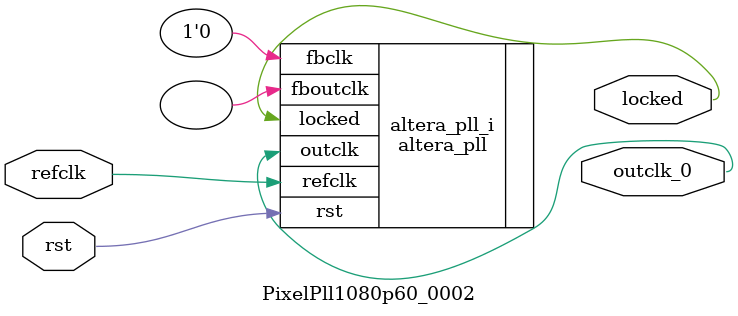
<source format=v>
`timescale 1ns/10ps
module  PixelPll1080p60_0002(

	// interface 'refclk'
	input wire refclk,

	// interface 'reset'
	input wire rst,

	// interface 'outclk0'
	output wire outclk_0,

	// interface 'locked'
	output wire locked
);

	altera_pll #(
		.fractional_vco_multiplier("true"),
		.reference_clock_frequency("50.0 MHz"),
		.operation_mode("direct"),
		.number_of_clocks(1),
		.output_clock_frequency0("148.500000 MHz"),
		.phase_shift0("0 ps"),
		.duty_cycle0(50),
		.output_clock_frequency1("0 MHz"),
		.phase_shift1("0 ps"),
		.duty_cycle1(50),
		.output_clock_frequency2("0 MHz"),
		.phase_shift2("0 ps"),
		.duty_cycle2(50),
		.output_clock_frequency3("0 MHz"),
		.phase_shift3("0 ps"),
		.duty_cycle3(50),
		.output_clock_frequency4("0 MHz"),
		.phase_shift4("0 ps"),
		.duty_cycle4(50),
		.output_clock_frequency5("0 MHz"),
		.phase_shift5("0 ps"),
		.duty_cycle5(50),
		.output_clock_frequency6("0 MHz"),
		.phase_shift6("0 ps"),
		.duty_cycle6(50),
		.output_clock_frequency7("0 MHz"),
		.phase_shift7("0 ps"),
		.duty_cycle7(50),
		.output_clock_frequency8("0 MHz"),
		.phase_shift8("0 ps"),
		.duty_cycle8(50),
		.output_clock_frequency9("0 MHz"),
		.phase_shift9("0 ps"),
		.duty_cycle9(50),
		.output_clock_frequency10("0 MHz"),
		.phase_shift10("0 ps"),
		.duty_cycle10(50),
		.output_clock_frequency11("0 MHz"),
		.phase_shift11("0 ps"),
		.duty_cycle11(50),
		.output_clock_frequency12("0 MHz"),
		.phase_shift12("0 ps"),
		.duty_cycle12(50),
		.output_clock_frequency13("0 MHz"),
		.phase_shift13("0 ps"),
		.duty_cycle13(50),
		.output_clock_frequency14("0 MHz"),
		.phase_shift14("0 ps"),
		.duty_cycle14(50),
		.output_clock_frequency15("0 MHz"),
		.phase_shift15("0 ps"),
		.duty_cycle15(50),
		.output_clock_frequency16("0 MHz"),
		.phase_shift16("0 ps"),
		.duty_cycle16(50),
		.output_clock_frequency17("0 MHz"),
		.phase_shift17("0 ps"),
		.duty_cycle17(50),
		.pll_type("General"),
		.pll_subtype("General")
	) altera_pll_i (
		.rst	(rst),
		.outclk	({outclk_0}),
		.locked	(locked),
		.fboutclk	( ),
		.fbclk	(1'b0),
		.refclk	(refclk)
	);
endmodule


</source>
